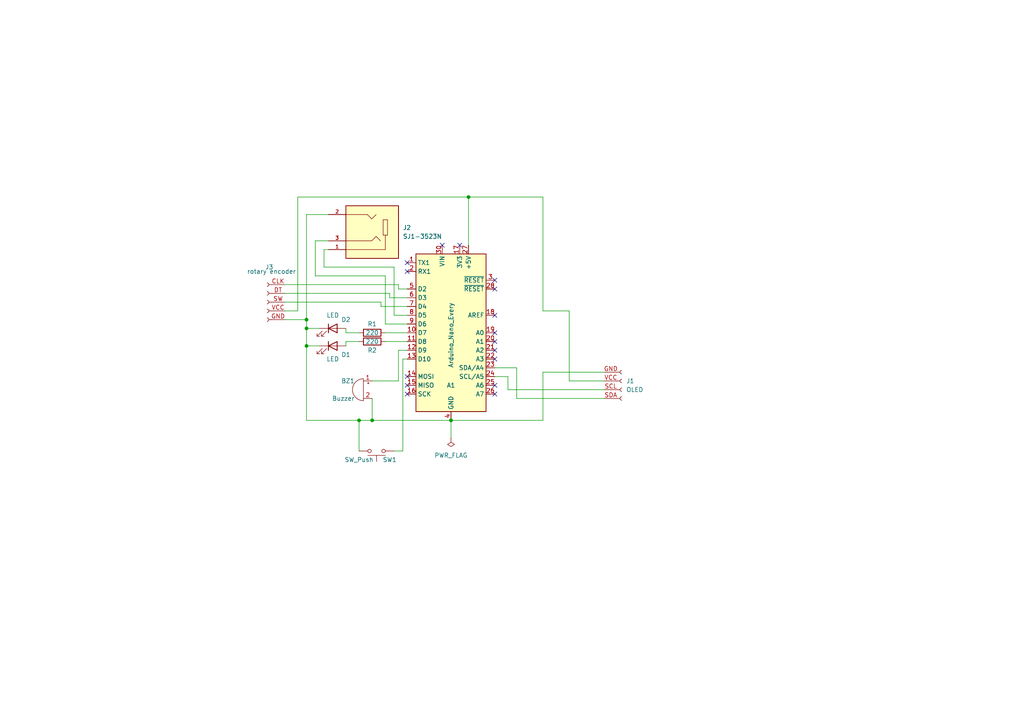
<source format=kicad_sch>
(kicad_sch (version 20230121) (generator eeschema)

  (uuid e31776ce-5eaf-4801-9961-1749bf17656b)

  (paper "A4")

  (lib_symbols
    (symbol "Connector:Conn_01x04_Socket" (pin_names (offset 1.016) hide) (in_bom yes) (on_board yes)
      (property "Reference" "J1" (at 1.27 0 0)
        (effects (font (size 1.27 1.27)) (justify left))
      )
      (property "Value" "OLED" (at 1.27 -2.54 0)
        (effects (font (size 1.27 1.27)) (justify left))
      )
      (property "Footprint" "Connector_PinSocket_2.54mm:PinSocket_1x04_P2.54mm_Vertical" (at 0 0 0)
        (effects (font (size 1.27 1.27)) hide)
      )
      (property "Datasheet" "~" (at 0 0 0)
        (effects (font (size 1.27 1.27)) hide)
      )
      (property "ki_locked" "" (at 0 0 0)
        (effects (font (size 1.27 1.27)))
      )
      (property "ki_keywords" "connector" (at 0 0 0)
        (effects (font (size 1.27 1.27)) hide)
      )
      (property "ki_description" "Generic connector, single row, 01x04, script generated" (at 0 0 0)
        (effects (font (size 1.27 1.27)) hide)
      )
      (property "ki_fp_filters" "Connector*:*_1x??_*" (at 0 0 0)
        (effects (font (size 1.27 1.27)) hide)
      )
      (symbol "Conn_01x04_Socket_1_1"
        (arc (start 0 -4.572) (mid -0.5058 -5.08) (end 0 -5.588)
          (stroke (width 0.1524) (type default))
          (fill (type none))
        )
        (arc (start 0 -2.032) (mid -0.5058 -2.54) (end 0 -3.048)
          (stroke (width 0.1524) (type default))
          (fill (type none))
        )
        (polyline
          (pts
            (xy -1.27 -5.08)
            (xy -0.508 -5.08)
          )
          (stroke (width 0.1524) (type default))
          (fill (type none))
        )
        (polyline
          (pts
            (xy -1.27 -2.54)
            (xy -0.508 -2.54)
          )
          (stroke (width 0.1524) (type default))
          (fill (type none))
        )
        (polyline
          (pts
            (xy -1.27 0)
            (xy -0.508 0)
          )
          (stroke (width 0.1524) (type default))
          (fill (type none))
        )
        (polyline
          (pts
            (xy -1.27 2.54)
            (xy -0.508 2.54)
          )
          (stroke (width 0.1524) (type default))
          (fill (type none))
        )
        (arc (start 0 0.508) (mid -0.5058 0) (end 0 -0.508)
          (stroke (width 0.1524) (type default))
          (fill (type none))
        )
        (arc (start 0 3.048) (mid -0.5058 2.54) (end 0 2.032)
          (stroke (width 0.1524) (type default))
          (fill (type none))
        )
        (pin passive line (at -5.08 2.54 0) (length 3.81)
          (name "Pin_1" (effects (font (size 1.27 1.27))))
          (number "GND" (effects (font (size 1.27 1.27))))
        )
        (pin passive line (at -5.08 -2.54 0) (length 3.81)
          (name "Pin_3" (effects (font (size 1.27 1.27))))
          (number "SCL" (effects (font (size 1.27 1.27))))
        )
        (pin passive line (at -5.08 -5.08 0) (length 3.81)
          (name "Pin_4" (effects (font (size 1.27 1.27))))
          (number "SDA" (effects (font (size 1.27 1.27))))
        )
        (pin passive line (at -5.08 0 0) (length 3.81)
          (name "Pin_2" (effects (font (size 1.27 1.27))))
          (number "VCC" (effects (font (size 1.27 1.27))))
        )
      )
    )
    (symbol "Connector:Conn_01x05_Socket" (pin_names (offset 1.016) hide) (in_bom yes) (on_board yes)
      (property "Reference" "J3" (at -0.635 -10.16 0)
        (effects (font (size 1.27 1.27)))
      )
      (property "Value" "rotary encoder" (at -1.27 -8.89 0)
        (effects (font (size 1.27 1.27)))
      )
      (property "Footprint" "" (at 0 0 0)
        (effects (font (size 1.27 1.27)) hide)
      )
      (property "Datasheet" "~" (at 0 0 0)
        (effects (font (size 1.27 1.27)) hide)
      )
      (property "ki_locked" "" (at 0 0 0)
        (effects (font (size 1.27 1.27)))
      )
      (property "ki_keywords" "connector" (at 0 0 0)
        (effects (font (size 1.27 1.27)) hide)
      )
      (property "ki_description" "Generic connector, single row, 01x05, script generated" (at 0 0 0)
        (effects (font (size 1.27 1.27)) hide)
      )
      (property "ki_fp_filters" "Connector*:*_1x??_*" (at 0 0 0)
        (effects (font (size 1.27 1.27)) hide)
      )
      (symbol "Conn_01x05_Socket_1_1"
        (arc (start 0 -4.572) (mid -0.5058 -5.08) (end 0 -5.588)
          (stroke (width 0.1524) (type default))
          (fill (type none))
        )
        (arc (start 0 -2.032) (mid -0.5058 -2.54) (end 0 -3.048)
          (stroke (width 0.1524) (type default))
          (fill (type none))
        )
        (polyline
          (pts
            (xy -1.27 -5.08)
            (xy -0.508 -5.08)
          )
          (stroke (width 0.1524) (type default))
          (fill (type none))
        )
        (polyline
          (pts
            (xy -1.27 -2.54)
            (xy -0.508 -2.54)
          )
          (stroke (width 0.1524) (type default))
          (fill (type none))
        )
        (polyline
          (pts
            (xy -1.27 0)
            (xy -0.508 0)
          )
          (stroke (width 0.1524) (type default))
          (fill (type none))
        )
        (polyline
          (pts
            (xy -1.27 2.54)
            (xy -0.508 2.54)
          )
          (stroke (width 0.1524) (type default))
          (fill (type none))
        )
        (polyline
          (pts
            (xy -1.27 5.08)
            (xy -0.508 5.08)
          )
          (stroke (width 0.1524) (type default))
          (fill (type none))
        )
        (arc (start 0 0.508) (mid -0.5058 0) (end 0 -0.508)
          (stroke (width 0.1524) (type default))
          (fill (type none))
        )
        (arc (start 0 3.048) (mid -0.5058 2.54) (end 0 2.032)
          (stroke (width 0.1524) (type default))
          (fill (type none))
        )
        (arc (start 0 5.588) (mid -0.5058 5.08) (end 0 4.572)
          (stroke (width 0.1524) (type default))
          (fill (type none))
        )
        (pin passive line (at -5.08 -5.08 0) (length 3.81)
          (name "Pin_5" (effects (font (size 1.27 1.27))))
          (number "CLK" (effects (font (size 1.27 1.27))))
        )
        (pin passive line (at -5.08 -2.54 0) (length 3.81)
          (name "DT" (effects (font (size 1.27 1.27))))
          (number "DT" (effects (font (size 1.27 1.27))))
        )
        (pin passive line (at -5.08 5.08 0) (length 3.81)
          (name "Pin_1" (effects (font (size 1.27 1.27))))
          (number "GND" (effects (font (size 1.27 1.27))))
        )
        (pin passive line (at -5.08 0 0) (length 3.81)
          (name "Pin_3" (effects (font (size 1.27 1.27))))
          (number "SW" (effects (font (size 1.27 1.27))))
        )
        (pin passive line (at -5.08 2.54 0) (length 3.81)
          (name "VCC" (effects (font (size 1.27 1.27))))
          (number "VCC" (effects (font (size 1.27 1.27))))
        )
      )
    )
    (symbol "Device:Buzzer" (pin_names (offset 0.0254) hide) (in_bom yes) (on_board yes)
      (property "Reference" "BZ" (at 3.81 1.27 0)
        (effects (font (size 1.27 1.27)) (justify left))
      )
      (property "Value" "Buzzer" (at 3.81 -1.27 0)
        (effects (font (size 1.27 1.27)) (justify left))
      )
      (property "Footprint" "" (at -0.635 2.54 90)
        (effects (font (size 1.27 1.27)) hide)
      )
      (property "Datasheet" "~" (at -0.635 2.54 90)
        (effects (font (size 1.27 1.27)) hide)
      )
      (property "ki_keywords" "quartz resonator ceramic" (at 0 0 0)
        (effects (font (size 1.27 1.27)) hide)
      )
      (property "ki_description" "Buzzer, polarized" (at 0 0 0)
        (effects (font (size 1.27 1.27)) hide)
      )
      (property "ki_fp_filters" "*Buzzer*" (at 0 0 0)
        (effects (font (size 1.27 1.27)) hide)
      )
      (symbol "Buzzer_0_1"
        (arc (start 0 -3.175) (mid 3.1612 0) (end 0 3.175)
          (stroke (width 0) (type default))
          (fill (type none))
        )
        (polyline
          (pts
            (xy -1.651 1.905)
            (xy -1.143 1.905)
          )
          (stroke (width 0) (type default))
          (fill (type none))
        )
        (polyline
          (pts
            (xy -1.397 2.159)
            (xy -1.397 1.651)
          )
          (stroke (width 0) (type default))
          (fill (type none))
        )
        (polyline
          (pts
            (xy 0 3.175)
            (xy 0 -3.175)
          )
          (stroke (width 0) (type default))
          (fill (type none))
        )
      )
      (symbol "Buzzer_1_1"
        (pin passive line (at -2.54 2.54 0) (length 2.54)
          (name "-" (effects (font (size 1.27 1.27))))
          (number "1" (effects (font (size 1.27 1.27))))
        )
        (pin passive line (at -2.54 -2.54 0) (length 2.54)
          (name "+" (effects (font (size 1.27 1.27))))
          (number "2" (effects (font (size 1.27 1.27))))
        )
      )
    )
    (symbol "Device:LED" (pin_numbers hide) (pin_names (offset 1.016) hide) (in_bom yes) (on_board yes)
      (property "Reference" "D" (at 0 2.54 0)
        (effects (font (size 1.27 1.27)))
      )
      (property "Value" "LED" (at 0 -2.54 0)
        (effects (font (size 1.27 1.27)))
      )
      (property "Footprint" "" (at 0 0 0)
        (effects (font (size 1.27 1.27)) hide)
      )
      (property "Datasheet" "~" (at 0 0 0)
        (effects (font (size 1.27 1.27)) hide)
      )
      (property "ki_keywords" "LED diode" (at 0 0 0)
        (effects (font (size 1.27 1.27)) hide)
      )
      (property "ki_description" "Light emitting diode" (at 0 0 0)
        (effects (font (size 1.27 1.27)) hide)
      )
      (property "ki_fp_filters" "LED* LED_SMD:* LED_THT:*" (at 0 0 0)
        (effects (font (size 1.27 1.27)) hide)
      )
      (symbol "LED_0_1"
        (polyline
          (pts
            (xy -1.27 -1.27)
            (xy -1.27 1.27)
          )
          (stroke (width 0.254) (type default))
          (fill (type none))
        )
        (polyline
          (pts
            (xy -1.27 0)
            (xy 1.27 0)
          )
          (stroke (width 0) (type default))
          (fill (type none))
        )
        (polyline
          (pts
            (xy 1.27 -1.27)
            (xy 1.27 1.27)
            (xy -1.27 0)
            (xy 1.27 -1.27)
          )
          (stroke (width 0.254) (type default))
          (fill (type none))
        )
        (polyline
          (pts
            (xy -3.048 -0.762)
            (xy -4.572 -2.286)
            (xy -3.81 -2.286)
            (xy -4.572 -2.286)
            (xy -4.572 -1.524)
          )
          (stroke (width 0) (type default))
          (fill (type none))
        )
        (polyline
          (pts
            (xy -1.778 -0.762)
            (xy -3.302 -2.286)
            (xy -2.54 -2.286)
            (xy -3.302 -2.286)
            (xy -3.302 -1.524)
          )
          (stroke (width 0) (type default))
          (fill (type none))
        )
      )
      (symbol "LED_1_1"
        (pin passive line (at -3.81 0 0) (length 2.54)
          (name "K" (effects (font (size 1.27 1.27))))
          (number "1" (effects (font (size 1.27 1.27))))
        )
        (pin passive line (at 3.81 0 180) (length 2.54)
          (name "A" (effects (font (size 1.27 1.27))))
          (number "2" (effects (font (size 1.27 1.27))))
        )
      )
    )
    (symbol "Device:R" (pin_numbers hide) (pin_names (offset 0)) (in_bom yes) (on_board yes)
      (property "Reference" "R" (at 2.032 0 90)
        (effects (font (size 1.27 1.27)))
      )
      (property "Value" "R" (at 0 0 90)
        (effects (font (size 1.27 1.27)))
      )
      (property "Footprint" "" (at -1.778 0 90)
        (effects (font (size 1.27 1.27)) hide)
      )
      (property "Datasheet" "~" (at 0 0 0)
        (effects (font (size 1.27 1.27)) hide)
      )
      (property "ki_keywords" "R res resistor" (at 0 0 0)
        (effects (font (size 1.27 1.27)) hide)
      )
      (property "ki_description" "Resistor" (at 0 0 0)
        (effects (font (size 1.27 1.27)) hide)
      )
      (property "ki_fp_filters" "R_*" (at 0 0 0)
        (effects (font (size 1.27 1.27)) hide)
      )
      (symbol "R_0_1"
        (rectangle (start -1.016 -2.54) (end 1.016 2.54)
          (stroke (width 0.254) (type default))
          (fill (type none))
        )
      )
      (symbol "R_1_1"
        (pin passive line (at 0 3.81 270) (length 1.27)
          (name "~" (effects (font (size 1.27 1.27))))
          (number "1" (effects (font (size 1.27 1.27))))
        )
        (pin passive line (at 0 -3.81 90) (length 1.27)
          (name "~" (effects (font (size 1.27 1.27))))
          (number "2" (effects (font (size 1.27 1.27))))
        )
      )
    )
    (symbol "MCU_Module:Arduino_Nano_Every" (in_bom yes) (on_board yes)
      (property "Reference" "A" (at -10.16 23.495 0)
        (effects (font (size 1.27 1.27)) (justify left bottom))
      )
      (property "Value" "Arduino_Nano_Every" (at 5.08 -24.13 0)
        (effects (font (size 1.27 1.27)) (justify left top))
      )
      (property "Footprint" "Module:Arduino_Nano" (at 0 0 0)
        (effects (font (size 1.27 1.27) italic) hide)
      )
      (property "Datasheet" "https://content.arduino.cc/assets/NANOEveryV3.0_sch.pdf" (at 0 0 0)
        (effects (font (size 1.27 1.27)) hide)
      )
      (property "ki_keywords" "Arduino nano microcontroller module USB UPDI AATMega4809 AVR" (at 0 0 0)
        (effects (font (size 1.27 1.27)) hide)
      )
      (property "ki_description" "Arduino Nano Every" (at 0 0 0)
        (effects (font (size 1.27 1.27)) hide)
      )
      (property "ki_fp_filters" "Arduino*Nano*" (at 0 0 0)
        (effects (font (size 1.27 1.27)) hide)
      )
      (symbol "Arduino_Nano_Every_0_1"
        (rectangle (start -10.16 22.86) (end 10.16 -22.86)
          (stroke (width 0.254) (type default))
          (fill (type background))
        )
      )
      (symbol "Arduino_Nano_Every_1_1"
        (pin bidirectional line (at -12.7 20.32 0) (length 2.54)
          (name "TX1" (effects (font (size 1.27 1.27))))
          (number "1" (effects (font (size 1.27 1.27))))
        )
        (pin bidirectional line (at -12.7 0 0) (length 2.54)
          (name "D7" (effects (font (size 1.27 1.27))))
          (number "10" (effects (font (size 1.27 1.27))))
        )
        (pin bidirectional line (at -12.7 -2.54 0) (length 2.54)
          (name "D8" (effects (font (size 1.27 1.27))))
          (number "11" (effects (font (size 1.27 1.27))))
        )
        (pin bidirectional line (at -12.7 -5.08 0) (length 2.54)
          (name "D9" (effects (font (size 1.27 1.27))))
          (number "12" (effects (font (size 1.27 1.27))))
        )
        (pin bidirectional line (at -12.7 -7.62 0) (length 2.54)
          (name "D10" (effects (font (size 1.27 1.27))))
          (number "13" (effects (font (size 1.27 1.27))))
        )
        (pin bidirectional line (at -12.7 -12.7 0) (length 2.54)
          (name "MOSI" (effects (font (size 1.27 1.27))))
          (number "14" (effects (font (size 1.27 1.27))))
        )
        (pin bidirectional line (at -12.7 -15.24 0) (length 2.54)
          (name "MISO" (effects (font (size 1.27 1.27))))
          (number "15" (effects (font (size 1.27 1.27))))
        )
        (pin bidirectional line (at -12.7 -17.78 0) (length 2.54)
          (name "SCK" (effects (font (size 1.27 1.27))))
          (number "16" (effects (font (size 1.27 1.27))))
        )
        (pin power_out line (at 2.54 25.4 270) (length 2.54)
          (name "3V3" (effects (font (size 1.27 1.27))))
          (number "17" (effects (font (size 1.27 1.27))))
        )
        (pin input line (at 12.7 5.08 180) (length 2.54)
          (name "AREF" (effects (font (size 1.27 1.27))))
          (number "18" (effects (font (size 1.27 1.27))))
        )
        (pin bidirectional line (at 12.7 0 180) (length 2.54)
          (name "A0" (effects (font (size 1.27 1.27))))
          (number "19" (effects (font (size 1.27 1.27))))
        )
        (pin bidirectional line (at -12.7 17.78 0) (length 2.54)
          (name "RX1" (effects (font (size 1.27 1.27))))
          (number "2" (effects (font (size 1.27 1.27))))
        )
        (pin bidirectional line (at 12.7 -2.54 180) (length 2.54)
          (name "A1" (effects (font (size 1.27 1.27))))
          (number "20" (effects (font (size 1.27 1.27))))
        )
        (pin bidirectional line (at 12.7 -5.08 180) (length 2.54)
          (name "A2" (effects (font (size 1.27 1.27))))
          (number "21" (effects (font (size 1.27 1.27))))
        )
        (pin bidirectional line (at 12.7 -7.62 180) (length 2.54)
          (name "A3" (effects (font (size 1.27 1.27))))
          (number "22" (effects (font (size 1.27 1.27))))
        )
        (pin bidirectional line (at 12.7 -10.16 180) (length 2.54)
          (name "SDA/A4" (effects (font (size 1.27 1.27))))
          (number "23" (effects (font (size 1.27 1.27))))
        )
        (pin bidirectional line (at 12.7 -12.7 180) (length 2.54)
          (name "SCL/A5" (effects (font (size 1.27 1.27))))
          (number "24" (effects (font (size 1.27 1.27))))
        )
        (pin bidirectional line (at 12.7 -15.24 180) (length 2.54)
          (name "A6" (effects (font (size 1.27 1.27))))
          (number "25" (effects (font (size 1.27 1.27))))
        )
        (pin bidirectional line (at 12.7 -17.78 180) (length 2.54)
          (name "A7" (effects (font (size 1.27 1.27))))
          (number "26" (effects (font (size 1.27 1.27))))
        )
        (pin power_out line (at 5.08 25.4 270) (length 2.54)
          (name "+5V" (effects (font (size 1.27 1.27))))
          (number "27" (effects (font (size 1.27 1.27))))
        )
        (pin input line (at 12.7 12.7 180) (length 2.54)
          (name "~{RESET}" (effects (font (size 1.27 1.27))))
          (number "28" (effects (font (size 1.27 1.27))))
        )
        (pin passive line (at 0 -25.4 90) (length 2.54) hide
          (name "GND" (effects (font (size 1.27 1.27))))
          (number "29" (effects (font (size 1.27 1.27))))
        )
        (pin input line (at 12.7 15.24 180) (length 2.54)
          (name "~{RESET}" (effects (font (size 1.27 1.27))))
          (number "3" (effects (font (size 1.27 1.27))))
        )
        (pin power_in line (at -2.54 25.4 270) (length 2.54)
          (name "VIN" (effects (font (size 1.27 1.27))))
          (number "30" (effects (font (size 1.27 1.27))))
        )
        (pin power_in line (at 0 -25.4 90) (length 2.54)
          (name "GND" (effects (font (size 1.27 1.27))))
          (number "4" (effects (font (size 1.27 1.27))))
        )
        (pin bidirectional line (at -12.7 12.7 0) (length 2.54)
          (name "D2" (effects (font (size 1.27 1.27))))
          (number "5" (effects (font (size 1.27 1.27))))
        )
        (pin bidirectional line (at -12.7 10.16 0) (length 2.54)
          (name "D3" (effects (font (size 1.27 1.27))))
          (number "6" (effects (font (size 1.27 1.27))))
        )
        (pin bidirectional line (at -12.7 7.62 0) (length 2.54)
          (name "D4" (effects (font (size 1.27 1.27))))
          (number "7" (effects (font (size 1.27 1.27))))
        )
        (pin bidirectional line (at -12.7 5.08 0) (length 2.54)
          (name "D5" (effects (font (size 1.27 1.27))))
          (number "8" (effects (font (size 1.27 1.27))))
        )
        (pin bidirectional line (at -12.7 2.54 0) (length 2.54)
          (name "D6" (effects (font (size 1.27 1.27))))
          (number "9" (effects (font (size 1.27 1.27))))
        )
      )
    )
    (symbol "SJ1-3523N:SJ1-3523N" (pin_names (offset 1.016)) (in_bom yes) (on_board yes)
      (property "Reference" "J" (at -7.62 8.382 0)
        (effects (font (size 1.27 1.27)) (justify left bottom))
      )
      (property "Value" "SJ1-3523N" (at -7.62 -10.16 0)
        (effects (font (size 1.27 1.27)) (justify left bottom))
      )
      (property "Footprint" "SJ1-3523N:CUI_SJ1-3523N" (at 0 0 0)
        (effects (font (size 1.27 1.27)) (justify bottom) hide)
      )
      (property "Datasheet" "" (at 0 0 0)
        (effects (font (size 1.27 1.27)) hide)
      )
      (property "MF" "Same Sky" (at 0 0 0)
        (effects (font (size 1.27 1.27)) (justify bottom) hide)
      )
      (property "MAXIMUM_PACKAGE_HEIGHT" "6.25 mm" (at 0 0 0)
        (effects (font (size 1.27 1.27)) (justify bottom) hide)
      )
      (property "Package" "None" (at 0 0 0)
        (effects (font (size 1.27 1.27)) (justify bottom) hide)
      )
      (property "Price" "None" (at 0 0 0)
        (effects (font (size 1.27 1.27)) (justify bottom) hide)
      )
      (property "Check_prices" "https://www.snapeda.com/parts/SJ1-3523N/Same+Sky/view-part/?ref=eda" (at 0 0 0)
        (effects (font (size 1.27 1.27)) (justify bottom) hide)
      )
      (property "STANDARD" "Manufacturer Recommendations" (at 0 0 0)
        (effects (font (size 1.27 1.27)) (justify bottom) hide)
      )
      (property "PARTREV" "1.05" (at 0 0 0)
        (effects (font (size 1.27 1.27)) (justify bottom) hide)
      )
      (property "SnapEDA_Link" "https://www.snapeda.com/parts/SJ1-3523N/Same+Sky/view-part/?ref=snap" (at 0 0 0)
        (effects (font (size 1.27 1.27)) (justify bottom) hide)
      )
      (property "MP" "SJ1-3523N" (at 0 0 0)
        (effects (font (size 1.27 1.27)) (justify bottom) hide)
      )
      (property "Description" "\n                        \n                            3.5 mm, Stereo, Right Angle, Through Hole, 3 Conductors, 0 Internal Switches, Audio Jack Connector\n                        \n" (at 0 0 0)
        (effects (font (size 1.27 1.27)) (justify bottom) hide)
      )
      (property "Availability" "In Stock" (at 0 0 0)
        (effects (font (size 1.27 1.27)) (justify bottom) hide)
      )
      (property "MANUFACTURER" "CUI Devices" (at 0 0 0)
        (effects (font (size 1.27 1.27)) (justify bottom) hide)
      )
      (symbol "SJ1-3523N_0_0"
        (rectangle (start -7.62 -7.62) (end 7.62 7.62)
          (stroke (width 0.254) (type default))
          (fill (type background))
        )
        (polyline
          (pts
            (xy -4.445 -3.556)
            (xy -4.445 0.889)
          )
          (stroke (width 0.1524) (type default))
          (fill (type none))
        )
        (polyline
          (pts
            (xy -4.445 0.889)
            (xy -3.81 0.889)
          )
          (stroke (width 0.1524) (type default))
          (fill (type none))
        )
        (polyline
          (pts
            (xy -3.81 0.889)
            (xy -3.175 0.889)
          )
          (stroke (width 0.1524) (type default))
          (fill (type none))
        )
        (polyline
          (pts
            (xy -3.81 5.08)
            (xy -3.81 0.889)
          )
          (stroke (width 0.1524) (type default))
          (fill (type none))
        )
        (polyline
          (pts
            (xy -3.175 -3.556)
            (xy -4.445 -3.556)
          )
          (stroke (width 0.1524) (type default))
          (fill (type none))
        )
        (polyline
          (pts
            (xy -3.175 0.889)
            (xy -3.175 -3.556)
          )
          (stroke (width 0.1524) (type default))
          (fill (type none))
        )
        (polyline
          (pts
            (xy -1.143 1.27)
            (xy -2.413 2.54)
          )
          (stroke (width 0.1524) (type default))
          (fill (type none))
        )
        (polyline
          (pts
            (xy 0.127 -3.81)
            (xy -1.143 -5.08)
          )
          (stroke (width 0.1524) (type default))
          (fill (type none))
        )
        (polyline
          (pts
            (xy 0.127 2.54)
            (xy -1.143 1.27)
          )
          (stroke (width 0.1524) (type default))
          (fill (type none))
        )
        (polyline
          (pts
            (xy 1.397 -5.08)
            (xy 0.127 -3.81)
          )
          (stroke (width 0.1524) (type default))
          (fill (type none))
        )
        (polyline
          (pts
            (xy 7.62 -5.08)
            (xy 1.397 -5.08)
          )
          (stroke (width 0.1524) (type default))
          (fill (type none))
        )
        (polyline
          (pts
            (xy 7.62 2.54)
            (xy 0.127 2.54)
          )
          (stroke (width 0.1524) (type default))
          (fill (type none))
        )
        (polyline
          (pts
            (xy 7.62 5.08)
            (xy -3.81 5.08)
          )
          (stroke (width 0.1524) (type default))
          (fill (type none))
        )
        (pin passive line (at 12.7 5.08 180) (length 5.08)
          (name "~" (effects (font (size 1.016 1.016))))
          (number "1" (effects (font (size 1.016 1.016))))
        )
        (pin passive line (at 12.7 -5.08 180) (length 5.08)
          (name "~" (effects (font (size 1.016 1.016))))
          (number "2" (effects (font (size 1.016 1.016))))
        )
        (pin passive line (at 12.7 2.54 180) (length 5.08)
          (name "~" (effects (font (size 1.016 1.016))))
          (number "3" (effects (font (size 1.016 1.016))))
        )
      )
    )
    (symbol "Switch:SW_Push" (pin_numbers hide) (pin_names (offset 1.016) hide) (in_bom yes) (on_board yes)
      (property "Reference" "SW" (at 1.27 2.54 0)
        (effects (font (size 1.27 1.27)) (justify left))
      )
      (property "Value" "SW_Push" (at 0 -1.524 0)
        (effects (font (size 1.27 1.27)))
      )
      (property "Footprint" "" (at 0 5.08 0)
        (effects (font (size 1.27 1.27)) hide)
      )
      (property "Datasheet" "~" (at 0 5.08 0)
        (effects (font (size 1.27 1.27)) hide)
      )
      (property "ki_keywords" "switch normally-open pushbutton push-button" (at 0 0 0)
        (effects (font (size 1.27 1.27)) hide)
      )
      (property "ki_description" "Push button switch, generic, two pins" (at 0 0 0)
        (effects (font (size 1.27 1.27)) hide)
      )
      (symbol "SW_Push_0_1"
        (circle (center -2.032 0) (radius 0.508)
          (stroke (width 0) (type default))
          (fill (type none))
        )
        (polyline
          (pts
            (xy 0 1.27)
            (xy 0 3.048)
          )
          (stroke (width 0) (type default))
          (fill (type none))
        )
        (polyline
          (pts
            (xy 2.54 1.27)
            (xy -2.54 1.27)
          )
          (stroke (width 0) (type default))
          (fill (type none))
        )
        (circle (center 2.032 0) (radius 0.508)
          (stroke (width 0) (type default))
          (fill (type none))
        )
        (pin passive line (at -5.08 0 0) (length 2.54)
          (name "1" (effects (font (size 1.27 1.27))))
          (number "1" (effects (font (size 1.27 1.27))))
        )
        (pin passive line (at 5.08 0 180) (length 2.54)
          (name "2" (effects (font (size 1.27 1.27))))
          (number "2" (effects (font (size 1.27 1.27))))
        )
      )
    )
    (symbol "power:PWR_FLAG" (power) (pin_numbers hide) (pin_names (offset 0) hide) (in_bom yes) (on_board yes)
      (property "Reference" "#FLG" (at 0 1.905 0)
        (effects (font (size 1.27 1.27)) hide)
      )
      (property "Value" "PWR_FLAG" (at 0 3.81 0)
        (effects (font (size 1.27 1.27)))
      )
      (property "Footprint" "" (at 0 0 0)
        (effects (font (size 1.27 1.27)) hide)
      )
      (property "Datasheet" "~" (at 0 0 0)
        (effects (font (size 1.27 1.27)) hide)
      )
      (property "ki_keywords" "flag power" (at 0 0 0)
        (effects (font (size 1.27 1.27)) hide)
      )
      (property "ki_description" "Special symbol for telling ERC where power comes from" (at 0 0 0)
        (effects (font (size 1.27 1.27)) hide)
      )
      (symbol "PWR_FLAG_0_0"
        (pin power_out line (at 0 0 90) (length 0)
          (name "pwr" (effects (font (size 1.27 1.27))))
          (number "1" (effects (font (size 1.27 1.27))))
        )
      )
      (symbol "PWR_FLAG_0_1"
        (polyline
          (pts
            (xy 0 0)
            (xy 0 1.27)
            (xy -1.016 1.905)
            (xy 0 2.54)
            (xy 1.016 1.905)
            (xy 0 1.27)
          )
          (stroke (width 0) (type default))
          (fill (type none))
        )
      )
    )
  )

  (junction (at 107.95 121.92) (diameter 0) (color 0 0 0 0)
    (uuid 2a02b736-0ae1-4b14-9950-9b9085f8a678)
  )
  (junction (at 88.9 95.25) (diameter 0) (color 0 0 0 0)
    (uuid 2fc64e78-e6cc-434d-a470-2e3583ba4d42)
  )
  (junction (at 88.9 92.71) (diameter 0) (color 0 0 0 0)
    (uuid 3217135a-db57-4b91-9b0b-ab9aec255a79)
  )
  (junction (at 88.9 100.33) (diameter 0) (color 0 0 0 0)
    (uuid 632d5e7a-fc28-4a99-92bf-897ee2057c82)
  )
  (junction (at 135.89 57.15) (diameter 0) (color 0 0 0 0)
    (uuid 70cc6340-b5bd-4d68-bbd3-804da5066ee2)
  )
  (junction (at 130.81 121.92) (diameter 0) (color 0 0 0 0)
    (uuid 9ee8e1bf-1ee2-4afe-a0f2-3da181b13a82)
  )
  (junction (at 104.14 121.92) (diameter 0) (color 0 0 0 0)
    (uuid cd8566fc-d64c-45b1-8b05-fc4307e725f2)
  )

  (no_connect (at 118.11 78.74) (uuid 065653a2-5efe-4d05-8472-286ced594ad5))
  (no_connect (at 143.51 83.82) (uuid 1d3100f7-7d3a-4787-a3c6-f7143257e819))
  (no_connect (at 128.27 71.12) (uuid 1dd759fb-8732-4229-a965-115828146da1))
  (no_connect (at 143.51 91.44) (uuid 45aca9da-9166-40c5-959f-281faa483c0c))
  (no_connect (at 118.11 109.22) (uuid 4d2cec2b-d22d-445e-9ba9-e93d683c12d7))
  (no_connect (at 143.51 99.06) (uuid 526012a8-fc60-4465-b1e0-527cdee31d0f))
  (no_connect (at 143.51 96.52) (uuid 55d1c1a8-8513-4bfa-ba7d-757dd7223874))
  (no_connect (at 118.11 76.2) (uuid 6b906ffb-0ec3-4f0d-9db0-1be8e22e6502))
  (no_connect (at 118.11 114.3) (uuid 73900470-55d7-44a8-8303-2f3734e6778d))
  (no_connect (at 143.51 104.14) (uuid 7c182d16-9818-41a6-adb2-eb9623ecd437))
  (no_connect (at 143.51 101.6) (uuid 848b5df3-72e1-4a90-8be9-2e089b48b7d6))
  (no_connect (at 143.51 81.28) (uuid bab35030-a071-45c2-a8e6-7a9db87ad37b))
  (no_connect (at 118.11 111.76) (uuid bbc4a929-d842-444a-9e5d-f427a6e76357))
  (no_connect (at 143.51 111.76) (uuid bebf953a-340c-4773-b04c-494735739dd2))
  (no_connect (at 133.35 71.12) (uuid d8ddc491-31aa-42eb-955c-09a375135670))
  (no_connect (at 143.51 114.3) (uuid fa34275f-7eb8-4a2c-876c-ec9b63a989d2))

  (wire (pts (xy 118.11 83.82) (xy 115.57 83.82))
    (stroke (width 0) (type default))
    (uuid 064cee2c-0100-4152-be58-5ff3ef020bcb)
  )
  (wire (pts (xy 104.14 121.92) (xy 107.95 121.92))
    (stroke (width 0) (type default))
    (uuid 07488e7e-2e48-4ef9-bc02-35990edd764e)
  )
  (wire (pts (xy 165.1 90.17) (xy 157.48 90.17))
    (stroke (width 0) (type default))
    (uuid 07fe5975-e8e0-4ff2-9628-b7968e5b0bbe)
  )
  (wire (pts (xy 93.98 77.47) (xy 93.98 72.39))
    (stroke (width 0) (type default))
    (uuid 0a7dad0e-725d-4d51-b5c3-b2cd5b5ab30f)
  )
  (wire (pts (xy 93.98 77.47) (xy 114.3 77.47))
    (stroke (width 0) (type default))
    (uuid 0cf001e5-6bf5-44d8-98da-befd9c6b21ad)
  )
  (wire (pts (xy 118.11 86.36) (xy 113.03 86.36))
    (stroke (width 0) (type default))
    (uuid 12e8c90e-0232-4cd6-b375-bd873d4d6a54)
  )
  (wire (pts (xy 111.76 93.98) (xy 118.11 93.98))
    (stroke (width 0) (type default))
    (uuid 18ff5685-d7cf-4207-b4f2-ddd96ba1f52b)
  )
  (wire (pts (xy 114.3 130.81) (xy 116.84 130.81))
    (stroke (width 0) (type default))
    (uuid 1a3358c9-60da-4276-8e9a-bf3a4db00b88)
  )
  (wire (pts (xy 118.11 88.9) (xy 110.49 88.9))
    (stroke (width 0) (type default))
    (uuid 1c2b06c5-d2a2-4c88-8503-ea2afd68e663)
  )
  (wire (pts (xy 82.55 92.71) (xy 88.9 92.71))
    (stroke (width 0) (type default))
    (uuid 1ea6184c-d01f-4857-835a-cef9047377b4)
  )
  (wire (pts (xy 104.14 96.52) (xy 100.33 96.52))
    (stroke (width 0) (type default))
    (uuid 2064c088-2b43-441c-9b43-0d795f6734cc)
  )
  (wire (pts (xy 114.3 77.47) (xy 114.3 91.44))
    (stroke (width 0) (type default))
    (uuid 2793dec2-771c-4e6e-87ad-7c42e65a4eae)
  )
  (wire (pts (xy 113.03 86.36) (xy 113.03 85.09))
    (stroke (width 0) (type default))
    (uuid 30eae8bc-72dc-48e5-8812-bfdac15c5fdf)
  )
  (wire (pts (xy 82.55 82.55) (xy 115.57 82.55))
    (stroke (width 0) (type default))
    (uuid 3335f3db-88a1-4ed4-ad1a-077ab5cc9704)
  )
  (wire (pts (xy 157.48 107.95) (xy 157.48 121.92))
    (stroke (width 0) (type default))
    (uuid 3edc8db3-e05b-4fed-8d00-ea8a948c8738)
  )
  (wire (pts (xy 88.9 62.23) (xy 88.9 92.71))
    (stroke (width 0) (type default))
    (uuid 493631db-cea8-4203-9a33-19c87f6781be)
  )
  (wire (pts (xy 147.32 109.22) (xy 143.51 109.22))
    (stroke (width 0) (type default))
    (uuid 4a6d37b3-2353-4097-af23-97b1c4c42789)
  )
  (wire (pts (xy 88.9 100.33) (xy 88.9 121.92))
    (stroke (width 0) (type default))
    (uuid 555f94f5-95be-41d5-b3aa-e0dc8325d14d)
  )
  (wire (pts (xy 88.9 121.92) (xy 104.14 121.92))
    (stroke (width 0) (type default))
    (uuid 56bcd1d4-37b2-44f5-9339-2649c65e5790)
  )
  (wire (pts (xy 107.95 121.92) (xy 130.81 121.92))
    (stroke (width 0) (type default))
    (uuid 57805950-5d4c-4e20-b18f-a4445cf59350)
  )
  (wire (pts (xy 114.3 91.44) (xy 118.11 91.44))
    (stroke (width 0) (type default))
    (uuid 6350e0b4-6bc4-45d3-8b20-fc1e7a5e0da4)
  )
  (wire (pts (xy 110.49 88.9) (xy 110.49 87.63))
    (stroke (width 0) (type default))
    (uuid 654b7353-3043-4a66-a666-661da277154a)
  )
  (wire (pts (xy 104.14 99.06) (xy 100.33 99.06))
    (stroke (width 0) (type default))
    (uuid 6644049e-8d42-4c5c-99dc-0479d562eaa0)
  )
  (wire (pts (xy 175.26 115.57) (xy 149.86 115.57))
    (stroke (width 0) (type default))
    (uuid 69511edd-78c2-482e-afde-3923c9bebdf1)
  )
  (wire (pts (xy 147.32 113.03) (xy 147.32 109.22))
    (stroke (width 0) (type default))
    (uuid 6cf53474-6838-45d0-956f-c96fe4102ec0)
  )
  (wire (pts (xy 149.86 115.57) (xy 149.86 106.68))
    (stroke (width 0) (type default))
    (uuid 6e14a02d-d249-461f-ba7d-04ff42c4b0cc)
  )
  (wire (pts (xy 157.48 121.92) (xy 130.81 121.92))
    (stroke (width 0) (type default))
    (uuid 6f1c3c20-6fac-43bd-a2ff-d1030ec39baf)
  )
  (wire (pts (xy 92.71 100.33) (xy 88.9 100.33))
    (stroke (width 0) (type default))
    (uuid 7183f037-0b54-4809-b8ca-6d5c0508d478)
  )
  (wire (pts (xy 88.9 62.23) (xy 95.25 62.23))
    (stroke (width 0) (type default))
    (uuid 75077abb-9d15-4f3c-8033-d606f5870894)
  )
  (wire (pts (xy 165.1 110.49) (xy 165.1 90.17))
    (stroke (width 0) (type default))
    (uuid 76142747-bb72-47f2-8b9d-127285f54348)
  )
  (wire (pts (xy 91.44 69.85) (xy 95.25 69.85))
    (stroke (width 0) (type default))
    (uuid 7c094010-9535-4445-9ec6-ebebe4cedaf3)
  )
  (wire (pts (xy 86.36 90.17) (xy 82.55 90.17))
    (stroke (width 0) (type default))
    (uuid 7f717875-ec21-486c-a27d-b974a50a10d7)
  )
  (wire (pts (xy 82.55 85.09) (xy 113.03 85.09))
    (stroke (width 0) (type default))
    (uuid 82a1d867-33f3-42d6-9ee5-f11349ee3bbb)
  )
  (wire (pts (xy 86.36 57.15) (xy 86.36 90.17))
    (stroke (width 0) (type default))
    (uuid 82cf263c-c04c-438d-b3db-913ed5625deb)
  )
  (wire (pts (xy 157.48 57.15) (xy 135.89 57.15))
    (stroke (width 0) (type default))
    (uuid 85ba6ebc-d244-4e56-aa5b-106709c73d79)
  )
  (wire (pts (xy 111.76 80.01) (xy 91.44 80.01))
    (stroke (width 0) (type default))
    (uuid 85ffd0e9-c6c6-4977-887a-4603aab2c634)
  )
  (wire (pts (xy 111.76 96.52) (xy 118.11 96.52))
    (stroke (width 0) (type default))
    (uuid 8ca5f3dc-db0e-4d8a-a8f5-b1423097f31c)
  )
  (wire (pts (xy 135.89 71.12) (xy 135.89 57.15))
    (stroke (width 0) (type default))
    (uuid 8db9b993-0f4a-4f48-9a41-2d3fce3e4d84)
  )
  (wire (pts (xy 157.48 107.95) (xy 175.26 107.95))
    (stroke (width 0) (type default))
    (uuid 8f84b4ee-0c1c-4a60-aa85-01d8085367a9)
  )
  (wire (pts (xy 107.95 110.49) (xy 115.57 110.49))
    (stroke (width 0) (type default))
    (uuid 9744ce11-35be-4bc3-beeb-1694b19f33b9)
  )
  (wire (pts (xy 104.14 121.92) (xy 104.14 130.81))
    (stroke (width 0) (type default))
    (uuid 98f0ec53-0013-4588-b12c-0d372a857505)
  )
  (wire (pts (xy 92.71 95.25) (xy 88.9 95.25))
    (stroke (width 0) (type default))
    (uuid 9abca2a1-782c-48b8-b4d4-3f60c1a52b8d)
  )
  (wire (pts (xy 116.84 104.14) (xy 118.11 104.14))
    (stroke (width 0) (type default))
    (uuid a2c68f6f-a4c6-487f-806b-46b631efca3d)
  )
  (wire (pts (xy 100.33 96.52) (xy 100.33 95.25))
    (stroke (width 0) (type default))
    (uuid a349852a-97a8-4834-94bd-ab18ebb05e81)
  )
  (wire (pts (xy 111.76 99.06) (xy 118.11 99.06))
    (stroke (width 0) (type default))
    (uuid af3767ba-ae75-40a8-bb8a-86e5a0c82b4b)
  )
  (wire (pts (xy 93.98 72.39) (xy 95.25 72.39))
    (stroke (width 0) (type default))
    (uuid b2ff65d1-4283-4e4f-a6e2-b40cd9e58ade)
  )
  (wire (pts (xy 107.95 115.57) (xy 107.95 121.92))
    (stroke (width 0) (type default))
    (uuid b492f8be-11cd-4754-b600-65b1e1662002)
  )
  (wire (pts (xy 115.57 110.49) (xy 115.57 101.6))
    (stroke (width 0) (type default))
    (uuid b4f61d3e-b87f-4bd0-a0aa-684316c8ad9f)
  )
  (wire (pts (xy 116.84 130.81) (xy 116.84 104.14))
    (stroke (width 0) (type default))
    (uuid b539a114-1400-4b84-9612-b489646e716c)
  )
  (wire (pts (xy 149.86 106.68) (xy 143.51 106.68))
    (stroke (width 0) (type default))
    (uuid bf81f8e1-0bc3-4dd5-ab47-d940df453a2f)
  )
  (wire (pts (xy 100.33 99.06) (xy 100.33 100.33))
    (stroke (width 0) (type default))
    (uuid cec6d6d9-6a61-4445-b40d-ebd040f8e4b3)
  )
  (wire (pts (xy 157.48 90.17) (xy 157.48 57.15))
    (stroke (width 0) (type default))
    (uuid d24e7326-5f76-4faa-97db-4f638bea0e1e)
  )
  (wire (pts (xy 175.26 113.03) (xy 147.32 113.03))
    (stroke (width 0) (type default))
    (uuid d428f353-63df-416b-a726-b16711f67e9c)
  )
  (wire (pts (xy 91.44 80.01) (xy 91.44 69.85))
    (stroke (width 0) (type default))
    (uuid d6b9ee9b-1463-480a-80bd-d077595094ec)
  )
  (wire (pts (xy 88.9 95.25) (xy 88.9 100.33))
    (stroke (width 0) (type default))
    (uuid dadf4176-62f5-424d-960b-be3ab5cbf0c4)
  )
  (wire (pts (xy 111.76 80.01) (xy 111.76 93.98))
    (stroke (width 0) (type default))
    (uuid e35c0035-55f4-46e8-bbac-1ef0591f9208)
  )
  (wire (pts (xy 82.55 87.63) (xy 110.49 87.63))
    (stroke (width 0) (type default))
    (uuid e47b177d-ba5d-48a7-95da-3c09a308c529)
  )
  (wire (pts (xy 175.26 110.49) (xy 165.1 110.49))
    (stroke (width 0) (type default))
    (uuid ea3d0eef-7133-4d4e-ae68-6a8ad8bbe110)
  )
  (wire (pts (xy 130.81 127) (xy 130.81 121.92))
    (stroke (width 0) (type default))
    (uuid eee3cd26-1ee6-4c8e-a576-1b430e0cc898)
  )
  (wire (pts (xy 88.9 92.71) (xy 88.9 95.25))
    (stroke (width 0) (type default))
    (uuid f0621aff-f7cd-4ec0-bb0c-e352f5758c29)
  )
  (wire (pts (xy 115.57 101.6) (xy 118.11 101.6))
    (stroke (width 0) (type default))
    (uuid f93533c7-14d7-4176-be1f-2308eea40aca)
  )
  (wire (pts (xy 115.57 83.82) (xy 115.57 82.55))
    (stroke (width 0) (type default))
    (uuid f9cdb90d-038e-42b2-a9dc-8861cb69ab8d)
  )
  (wire (pts (xy 135.89 57.15) (xy 86.36 57.15))
    (stroke (width 0) (type default))
    (uuid fd029397-9af9-4857-8472-3c9537c70915)
  )

  (symbol (lib_id "Device:Buzzer") (at 105.41 113.03 0) (mirror y) (unit 1)
    (in_bom yes) (on_board yes) (dnp no)
    (uuid 1dfcd746-115a-4f64-b4d8-a10291c91f9c)
    (property "Reference" "BZ1" (at 102.87 110.49 0)
      (effects (font (size 1.27 1.27)) (justify left))
    )
    (property "Value" "Buzzer" (at 102.87 115.57 0)
      (effects (font (size 1.27 1.27)) (justify left))
    )
    (property "Footprint" "Buzzer_Beeper:Buzzer_12x9.5RM7.6" (at 106.045 110.49 90)
      (effects (font (size 1.27 1.27)) hide)
    )
    (property "Datasheet" "~" (at 106.045 110.49 90)
      (effects (font (size 1.27 1.27)) hide)
    )
    (pin "1" (uuid 90d13c18-9fe0-41e4-b4a5-16732b6d3df6))
    (pin "2" (uuid 5a048802-7063-4be4-ac03-29726b9a747d))
    (instances
      (project "CW"
        (path "/e31776ce-5eaf-4801-9961-1749bf17656b"
          (reference "BZ1") (unit 1)
        )
      )
    )
  )

  (symbol (lib_id "SJ1-3523N:SJ1-3523N") (at 107.95 67.31 180) (unit 1)
    (in_bom yes) (on_board yes) (dnp no) (fields_autoplaced)
    (uuid 1fc43bcd-2742-404c-915a-4b499e269d0b)
    (property "Reference" "J2" (at 116.84 66.04 0)
      (effects (font (size 1.27 1.27)) (justify right))
    )
    (property "Value" "SJ1-3523N" (at 116.84 68.58 0)
      (effects (font (size 1.27 1.27)) (justify right))
    )
    (property "Footprint" "Connector_Audio:Jack_3.5mm_CUI_SJ1-3523N_Horizontal" (at 107.95 67.31 0)
      (effects (font (size 1.27 1.27)) (justify bottom) hide)
    )
    (property "Datasheet" "" (at 107.95 67.31 0)
      (effects (font (size 1.27 1.27)) hide)
    )
    (property "MF" "Same Sky" (at 107.95 67.31 0)
      (effects (font (size 1.27 1.27)) (justify bottom) hide)
    )
    (property "MAXIMUM_PACKAGE_HEIGHT" "6.25 mm" (at 107.95 67.31 0)
      (effects (font (size 1.27 1.27)) (justify bottom) hide)
    )
    (property "Package" "None" (at 107.95 67.31 0)
      (effects (font (size 1.27 1.27)) (justify bottom) hide)
    )
    (property "Price" "None" (at 107.95 67.31 0)
      (effects (font (size 1.27 1.27)) (justify bottom) hide)
    )
    (property "Check_prices" "https://www.snapeda.com/parts/SJ1-3523N/Same+Sky/view-part/?ref=eda" (at 107.95 67.31 0)
      (effects (font (size 1.27 1.27)) (justify bottom) hide)
    )
    (property "STANDARD" "Manufacturer Recommendations" (at 107.95 67.31 0)
      (effects (font (size 1.27 1.27)) (justify bottom) hide)
    )
    (property "PARTREV" "1.05" (at 107.95 67.31 0)
      (effects (font (size 1.27 1.27)) (justify bottom) hide)
    )
    (property "SnapEDA_Link" "https://www.snapeda.com/parts/SJ1-3523N/Same+Sky/view-part/?ref=snap" (at 107.95 67.31 0)
      (effects (font (size 1.27 1.27)) (justify bottom) hide)
    )
    (property "MP" "SJ1-3523N" (at 107.95 67.31 0)
      (effects (font (size 1.27 1.27)) (justify bottom) hide)
    )
    (property "Description" "\n                        \n                            3.5 mm, Stereo, Right Angle, Through Hole, 3 Conductors, 0 Internal Switches, Audio Jack Connector\n                        \n" (at 107.95 67.31 0)
      (effects (font (size 1.27 1.27)) (justify bottom) hide)
    )
    (property "Availability" "In Stock" (at 107.95 67.31 0)
      (effects (font (size 1.27 1.27)) (justify bottom) hide)
    )
    (property "MANUFACTURER" "CUI Devices" (at 107.95 67.31 0)
      (effects (font (size 1.27 1.27)) (justify bottom) hide)
    )
    (pin "3" (uuid 6695b46f-be53-454a-b4ff-4d40647ab443))
    (pin "2" (uuid 70ea1f93-1fec-401b-ab2d-9b4bc8920849))
    (pin "1" (uuid a20ed217-2ba1-4d37-b994-8293e3e65553))
    (instances
      (project "CW"
        (path "/e31776ce-5eaf-4801-9961-1749bf17656b"
          (reference "J2") (unit 1)
        )
      )
    )
  )

  (symbol (lib_id "Switch:SW_Push") (at 109.22 130.81 180) (unit 1)
    (in_bom yes) (on_board yes) (dnp no)
    (uuid 21a1445a-094c-4690-9a7a-81811ff4b89f)
    (property "Reference" "SW1" (at 113.03 133.35 0)
      (effects (font (size 1.27 1.27)))
    )
    (property "Value" "SW_Push" (at 104.14 133.35 0)
      (effects (font (size 1.27 1.27)))
    )
    (property "Footprint" "Button_Switch_THT:SW_PUSH_6mm" (at 109.22 135.89 0)
      (effects (font (size 1.27 1.27)) hide)
    )
    (property "Datasheet" "~" (at 109.22 135.89 0)
      (effects (font (size 1.27 1.27)) hide)
    )
    (pin "1" (uuid 592a49aa-2bef-4a58-a24b-c7b1ee113c39))
    (pin "2" (uuid 4f84e8c0-c6c3-44aa-8623-08f4790d0355))
    (instances
      (project "CW"
        (path "/e31776ce-5eaf-4801-9961-1749bf17656b"
          (reference "SW1") (unit 1)
        )
      )
    )
  )

  (symbol (lib_id "MCU_Module:Arduino_Nano_Every") (at 130.81 96.52 0) (unit 1)
    (in_bom yes) (on_board yes) (dnp no)
    (uuid 434bb27f-ddb1-4307-a5dc-ffd29be52525)
    (property "Reference" "A1" (at 129.54 111.76 0)
      (effects (font (size 1.27 1.27)) (justify left))
    )
    (property "Value" "Arduino_Nano_Every" (at 130.81 106.68 90)
      (effects (font (size 1.27 1.27)) (justify left))
    )
    (property "Footprint" "Module:Arduino_Nano" (at 130.81 96.52 0)
      (effects (font (size 1.27 1.27) italic) hide)
    )
    (property "Datasheet" "https://content.arduino.cc/assets/NANOEveryV3.0_sch.pdf" (at 130.81 96.52 0)
      (effects (font (size 1.27 1.27)) hide)
    )
    (pin "6" (uuid 8438f911-b9e3-491d-ae57-f7684175e179))
    (pin "18" (uuid 9fc0f498-2578-40cd-b925-9f9bbbf74ad9))
    (pin "23" (uuid 98ea25b6-9ab8-4987-9634-81625300a959))
    (pin "7" (uuid 635b10e8-c177-416a-97ea-18e8eb461616))
    (pin "12" (uuid 1365622f-6fc5-4b15-acc4-31eae1891fe8))
    (pin "26" (uuid dd059eab-7f69-47f1-b38d-cd01d44c9f1e))
    (pin "24" (uuid 55cbd69a-9c10-4f50-9833-8eeae0ebb9a5))
    (pin "5" (uuid d8f7182a-cd42-4123-a9a1-c7e4785667b3))
    (pin "9" (uuid af107cb6-48a7-4238-b5b8-fdd9df5b28ef))
    (pin "11" (uuid 4d6f5ec5-5815-4f3a-bf03-a6c88cc69015))
    (pin "29" (uuid 56792da3-651c-466c-af81-5ee11b5f244d))
    (pin "8" (uuid 9134c93e-5c56-42f4-8853-edc59f0faf49))
    (pin "1" (uuid e280a413-bf7b-490f-ba1d-f4f0dfd73935))
    (pin "14" (uuid a1f82f39-6591-46e6-bd1b-2eec646abf78))
    (pin "21" (uuid dbf3870b-f711-4834-83d7-8f95030a863b))
    (pin "27" (uuid 236f6efa-db1a-4b3c-a370-dfee68796eae))
    (pin "16" (uuid d0f92acf-d388-4a38-8620-23429e43c268))
    (pin "22" (uuid 03113179-10fe-462b-8d5b-52e5e3bc0ca9))
    (pin "28" (uuid df87e03f-6c11-4f57-b055-9602a0a7c098))
    (pin "30" (uuid 6863f74d-62fd-474b-a118-a84211117b9c))
    (pin "20" (uuid dfb31a44-54e6-4ea9-8639-cbbea0983f17))
    (pin "3" (uuid e3047d10-c040-4efe-a98b-c1bde0606a8d))
    (pin "2" (uuid e943c735-4585-4da1-9cce-32756f578225))
    (pin "10" (uuid 3849b175-1c45-4256-91c8-1b69436e2c3c))
    (pin "15" (uuid 644f0403-c11a-44ff-a2b5-0adedfe4cf6a))
    (pin "13" (uuid 28781928-13ae-4670-a793-e3db1ff1c9a0))
    (pin "25" (uuid 8b469408-9239-4403-ad01-7641dfb2685c))
    (pin "19" (uuid 0571ab0e-4326-4ccc-9409-75e650bdc9b3))
    (pin "17" (uuid 49020685-f94e-466f-a1d8-63e39b8c4761))
    (pin "4" (uuid 17b13841-e038-4730-b861-7b49b64f6fe4))
    (instances
      (project "CW"
        (path "/e31776ce-5eaf-4801-9961-1749bf17656b"
          (reference "A1") (unit 1)
        )
      )
    )
  )

  (symbol (lib_id "Device:R") (at 107.95 96.52 90) (unit 1)
    (in_bom yes) (on_board yes) (dnp no)
    (uuid 590b5a08-fbd3-4979-911b-a575792a0d15)
    (property "Reference" "R1" (at 107.95 93.98 90)
      (effects (font (size 1.27 1.27)))
    )
    (property "Value" "220" (at 107.95 96.52 90)
      (effects (font (size 1.27 1.27)))
    )
    (property "Footprint" "Resistor_THT:R_Axial_DIN0309_L9.0mm_D3.2mm_P12.70mm_Horizontal" (at 107.95 98.298 90)
      (effects (font (size 1.27 1.27)) hide)
    )
    (property "Datasheet" "~" (at 107.95 96.52 0)
      (effects (font (size 1.27 1.27)) hide)
    )
    (pin "2" (uuid e5c9b8bb-7ddd-4ef6-959f-7cec9375c3be))
    (pin "1" (uuid a30f3cb4-7143-45fa-9da0-8f530a696ec6))
    (instances
      (project "CW"
        (path "/e31776ce-5eaf-4801-9961-1749bf17656b"
          (reference "R1") (unit 1)
        )
      )
    )
  )

  (symbol (lib_id "Device:R") (at 107.95 99.06 90) (unit 1)
    (in_bom yes) (on_board yes) (dnp no)
    (uuid 76eab52c-86bb-4e77-860c-d0fa45ce71b3)
    (property "Reference" "R2" (at 107.95 101.6 90)
      (effects (font (size 1.27 1.27)))
    )
    (property "Value" "220" (at 107.95 99.06 90)
      (effects (font (size 1.27 1.27)))
    )
    (property "Footprint" "Resistor_THT:R_Axial_DIN0309_L9.0mm_D3.2mm_P12.70mm_Horizontal" (at 107.95 100.838 90)
      (effects (font (size 1.27 1.27)) hide)
    )
    (property "Datasheet" "~" (at 107.95 99.06 0)
      (effects (font (size 1.27 1.27)) hide)
    )
    (pin "2" (uuid bb64dbda-eb25-4cb7-b12d-caca4aaa74c3))
    (pin "1" (uuid ee9b815e-4a79-46c9-bb3c-3e55a5eaf709))
    (instances
      (project "CW"
        (path "/e31776ce-5eaf-4801-9961-1749bf17656b"
          (reference "R2") (unit 1)
        )
      )
    )
  )

  (symbol (lib_id "Connector:Conn_01x04_Socket") (at 180.34 110.49 0) (unit 1)
    (in_bom yes) (on_board yes) (dnp no) (fields_autoplaced)
    (uuid 80a798ce-56ca-4cba-be69-be8479c55d25)
    (property "Reference" "J1" (at 181.61 110.49 0)
      (effects (font (size 1.27 1.27)) (justify left))
    )
    (property "Value" "OLED" (at 181.61 113.03 0)
      (effects (font (size 1.27 1.27)) (justify left))
    )
    (property "Footprint" "Connector_PinSocket_2.54mm:PinSocket_1x04_P2.54mm_Vertical" (at 180.34 110.49 0)
      (effects (font (size 1.27 1.27)) hide)
    )
    (property "Datasheet" "~" (at 180.34 110.49 0)
      (effects (font (size 1.27 1.27)) hide)
    )
    (pin "GND" (uuid c1477270-0a57-4e46-bf9d-b7661376daa0))
    (pin "VCC" (uuid 6c8f04a9-e1e4-4c25-a868-2758f7e8cae4))
    (pin "SDA" (uuid a4db3bce-d5b6-433f-a0ea-6a36130cd397))
    (pin "SCL" (uuid 90bc238c-8de6-4c8c-beb2-ee2497af203f))
    (instances
      (project "CW"
        (path "/e31776ce-5eaf-4801-9961-1749bf17656b"
          (reference "J1") (unit 1)
        )
      )
    )
  )

  (symbol (lib_id "Connector:Conn_01x05_Socket") (at 77.47 87.63 180) (unit 1)
    (in_bom yes) (on_board yes) (dnp no)
    (uuid 8a2ad606-d9d6-47dc-a2b4-170253c1e284)
    (property "Reference" "J3" (at 78.105 77.47 0)
      (effects (font (size 1.27 1.27)))
    )
    (property "Value" "rotary encoder" (at 78.74 78.74 0)
      (effects (font (size 1.27 1.27)))
    )
    (property "Footprint" "Rotary_Encoder:RotaryEncoder_Alps_EC11E-Switch_Vertical_H20mm" (at 77.47 87.63 0)
      (effects (font (size 1.27 1.27)) hide)
    )
    (property "Datasheet" "~" (at 77.47 87.63 0)
      (effects (font (size 1.27 1.27)) hide)
    )
    (pin "DT" (uuid 8b621f46-c031-4fd9-9309-779c26576791))
    (pin "CLK" (uuid 046ad26f-f540-4b81-b289-9ed7cb069944))
    (pin "SW" (uuid d3eeb7c8-3249-412f-abe6-db3d24af56ad))
    (pin "VCC" (uuid da3ace63-45eb-4ba8-8a93-e1ca203893a7))
    (pin "GND" (uuid 4f59a332-7edf-4df8-801b-b801370b1ed2))
    (instances
      (project "CW"
        (path "/e31776ce-5eaf-4801-9961-1749bf17656b"
          (reference "J3") (unit 1)
        )
      )
    )
  )

  (symbol (lib_id "Device:LED") (at 96.52 100.33 0) (unit 1)
    (in_bom yes) (on_board yes) (dnp no)
    (uuid e6e67cad-b524-4d8d-8491-d2d8158aa266)
    (property "Reference" "D1" (at 100.33 102.87 0)
      (effects (font (size 1.27 1.27)))
    )
    (property "Value" "LED" (at 96.52 104.14 0)
      (effects (font (size 1.27 1.27)))
    )
    (property "Footprint" "LED_THT:LED_D5.0mm" (at 96.52 100.33 0)
      (effects (font (size 1.27 1.27)) hide)
    )
    (property "Datasheet" "~" (at 96.52 100.33 0)
      (effects (font (size 1.27 1.27)) hide)
    )
    (pin "2" (uuid 60ec9ba8-ecb6-4af4-8fbc-5524c171c2f5))
    (pin "1" (uuid 2c4d56ca-d7fe-4ce2-9bb0-4a0f90bee30e))
    (instances
      (project "CW"
        (path "/e31776ce-5eaf-4801-9961-1749bf17656b"
          (reference "D1") (unit 1)
        )
      )
    )
  )

  (symbol (lib_id "power:PWR_FLAG") (at 130.81 127 180) (unit 1)
    (in_bom yes) (on_board yes) (dnp no) (fields_autoplaced)
    (uuid e9d4f149-9ae6-4bc1-9f64-e0d0cd68a393)
    (property "Reference" "#FLG01" (at 130.81 128.905 0)
      (effects (font (size 1.27 1.27)) hide)
    )
    (property "Value" "PWR_FLAG" (at 130.81 132.08 0)
      (effects (font (size 1.27 1.27)))
    )
    (property "Footprint" "" (at 130.81 127 0)
      (effects (font (size 1.27 1.27)) hide)
    )
    (property "Datasheet" "~" (at 130.81 127 0)
      (effects (font (size 1.27 1.27)) hide)
    )
    (pin "1" (uuid cf5e45f0-549b-48cf-8889-5bc33ca56574))
    (instances
      (project "CW"
        (path "/e31776ce-5eaf-4801-9961-1749bf17656b"
          (reference "#FLG01") (unit 1)
        )
      )
    )
  )

  (symbol (lib_id "Device:LED") (at 96.52 95.25 0) (unit 1)
    (in_bom yes) (on_board yes) (dnp no)
    (uuid fb3788f4-edc9-4cf0-952c-46eb4f097a59)
    (property "Reference" "D2" (at 100.33 92.71 0)
      (effects (font (size 1.27 1.27)))
    )
    (property "Value" "LED" (at 96.52 91.44 0)
      (effects (font (size 1.27 1.27)))
    )
    (property "Footprint" "LED_THT:LED_D5.0mm" (at 96.52 95.25 0)
      (effects (font (size 1.27 1.27)) hide)
    )
    (property "Datasheet" "~" (at 96.52 95.25 0)
      (effects (font (size 1.27 1.27)) hide)
    )
    (pin "2" (uuid d54a9129-b412-4231-aef0-03161b5ec56c))
    (pin "1" (uuid f48ed74b-8c91-4bd7-9c2a-0f0e22b2136c))
    (instances
      (project "CW"
        (path "/e31776ce-5eaf-4801-9961-1749bf17656b"
          (reference "D2") (unit 1)
        )
      )
    )
  )

  (sheet_instances
    (path "/" (page "1"))
  )
)

</source>
